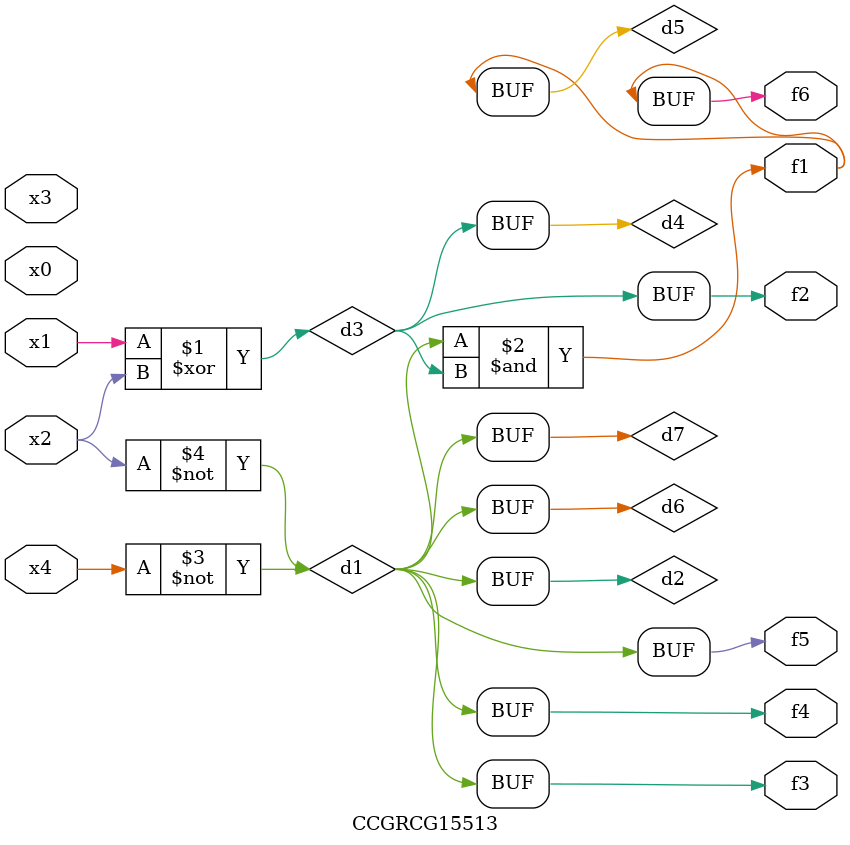
<source format=v>
module CCGRCG15513(
	input x0, x1, x2, x3, x4,
	output f1, f2, f3, f4, f5, f6
);

	wire d1, d2, d3, d4, d5, d6, d7;

	not (d1, x4);
	not (d2, x2);
	xor (d3, x1, x2);
	buf (d4, d3);
	and (d5, d1, d3);
	buf (d6, d1, d2);
	buf (d7, d2);
	assign f1 = d5;
	assign f2 = d4;
	assign f3 = d7;
	assign f4 = d7;
	assign f5 = d7;
	assign f6 = d5;
endmodule

</source>
